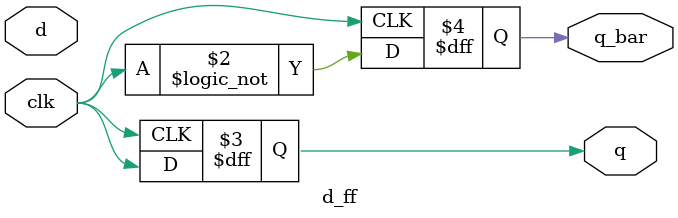
<source format=v>
module d_ff ( d, clk, q, q_bar);
 
input d ,clk;
output q, q_bar;
 
wire d ,clk;
reg q, q_bar;
 
// assign d = 1'b1;
 
always @ (posedge clk)
begin
q <= clk;
q_bar <= ! clk;
end
 
endmodule

// force clk 0 0 ns, 1 10 ns -repeat 20 ns
</source>
